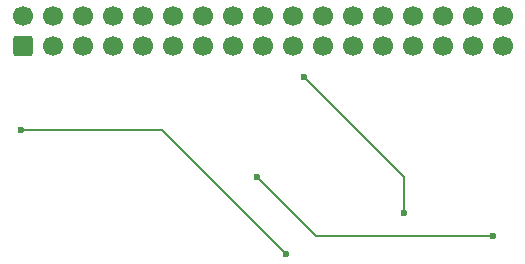
<source format=gbr>
%TF.GenerationSoftware,KiCad,Pcbnew,9.0.7*%
%TF.CreationDate,2026-02-17T16:16:18+01:00*%
%TF.ProjectId,FDD-Final,4644442d-4669-46e6-916c-2e6b69636164,rev?*%
%TF.SameCoordinates,Original*%
%TF.FileFunction,Copper,L2,Bot*%
%TF.FilePolarity,Positive*%
%FSLAX46Y46*%
G04 Gerber Fmt 4.6, Leading zero omitted, Abs format (unit mm)*
G04 Created by KiCad (PCBNEW 9.0.7) date 2026-02-17 16:16:18*
%MOMM*%
%LPD*%
G01*
G04 APERTURE LIST*
G04 Aperture macros list*
%AMRoundRect*
0 Rectangle with rounded corners*
0 $1 Rounding radius*
0 $2 $3 $4 $5 $6 $7 $8 $9 X,Y pos of 4 corners*
0 Add a 4 corners polygon primitive as box body*
4,1,4,$2,$3,$4,$5,$6,$7,$8,$9,$2,$3,0*
0 Add four circle primitives for the rounded corners*
1,1,$1+$1,$2,$3*
1,1,$1+$1,$4,$5*
1,1,$1+$1,$6,$7*
1,1,$1+$1,$8,$9*
0 Add four rect primitives between the rounded corners*
20,1,$1+$1,$2,$3,$4,$5,0*
20,1,$1+$1,$4,$5,$6,$7,0*
20,1,$1+$1,$6,$7,$8,$9,0*
20,1,$1+$1,$8,$9,$2,$3,0*%
G04 Aperture macros list end*
%TA.AperFunction,ComponentPad*%
%ADD10RoundRect,0.250000X0.600000X-0.600000X0.600000X0.600000X-0.600000X0.600000X-0.600000X-0.600000X0*%
%TD*%
%TA.AperFunction,ComponentPad*%
%ADD11C,1.700000*%
%TD*%
%TA.AperFunction,ViaPad*%
%ADD12C,0.600000*%
%TD*%
%TA.AperFunction,Conductor*%
%ADD13C,0.200000*%
%TD*%
G04 APERTURE END LIST*
D10*
%TO.P,J2,1,Pin_1*%
%TO.N,unconnected-(J2-Pin_1-Pad1)*%
X125165500Y-83857740D03*
D11*
%TO.P,J2,2,Pin_2*%
%TO.N,DENSITY*%
X125165500Y-81317740D03*
%TO.P,J2,3,Pin_3*%
%TO.N,unconnected-(J2-Pin_3-Pad3)*%
X127705500Y-83857740D03*
%TO.P,J2,4,Pin_4*%
%TO.N,unconnected-(J2-Pin_4-Pad4)*%
X127705500Y-81317740D03*
%TO.P,J2,5,Pin_5*%
%TO.N,unconnected-(J2-Pin_5-Pad5)*%
X130245500Y-83857740D03*
%TO.P,J2,6,Pin_6*%
%TO.N,unconnected-(J2-Pin_6-Pad6)*%
X130245500Y-81317740D03*
%TO.P,J2,7,Pin_7*%
%TO.N,unconnected-(J2-Pin_7-Pad7)*%
X132785500Y-83857740D03*
%TO.P,J2,8,Pin_8*%
%TO.N,INDEX*%
X132785500Y-81317740D03*
%TO.P,J2,9,Pin_9*%
%TO.N,unconnected-(J2-Pin_9-Pad9)*%
X135325500Y-83857740D03*
%TO.P,J2,10,Pin_10*%
%TO.N,unconnected-(J2-Pin_10-Pad10)*%
X135325500Y-81317740D03*
%TO.P,J2,11,Pin_11*%
%TO.N,unconnected-(J2-Pin_11-Pad11)*%
X137865500Y-83857740D03*
%TO.P,J2,12,Pin_12*%
%TO.N,DRIVE SELECT*%
X137865500Y-81317740D03*
%TO.P,J2,13,Pin_13*%
%TO.N,unconnected-(J2-Pin_13-Pad13)*%
X140405500Y-83857740D03*
%TO.P,J2,14,Pin_14*%
%TO.N,unconnected-(J2-Pin_14-Pad14)*%
X140405500Y-81317740D03*
%TO.P,J2,15,Pin_15*%
%TO.N,unconnected-(J2-Pin_15-Pad15)*%
X142945500Y-83857740D03*
%TO.P,J2,16,Pin_16*%
%TO.N,MOTOR ENABLE*%
X142945500Y-81317740D03*
%TO.P,J2,17,Pin_17*%
%TO.N,unconnected-(J2-Pin_17-Pad17)*%
X145485500Y-83857740D03*
%TO.P,J2,18,Pin_18*%
%TO.N,DIRECTION*%
X145485500Y-81317740D03*
%TO.P,J2,19,Pin_19*%
%TO.N,GND*%
X148025500Y-83857740D03*
%TO.P,J2,20,Pin_20*%
%TO.N,STEP*%
X148025500Y-81317740D03*
%TO.P,J2,21,Pin_21*%
%TO.N,GND*%
X150565500Y-83857740D03*
%TO.P,J2,22,Pin_22*%
%TO.N,WRITE DATA*%
X150565500Y-81317740D03*
%TO.P,J2,23,Pin_23*%
%TO.N,GND*%
X153105500Y-83857740D03*
%TO.P,J2,24,Pin_24*%
%TO.N,WRITE GATE*%
X153105500Y-81317740D03*
%TO.P,J2,25,Pin_25*%
%TO.N,Net-(J1-Pin_19)*%
X155645500Y-83857740D03*
%TO.P,J2,26,Pin_26*%
%TO.N,TRACK 0*%
X155645500Y-81317740D03*
%TO.P,J2,27,Pin_27*%
%TO.N,unconnected-(J2-Pin_27-Pad27)*%
X158185500Y-83857740D03*
%TO.P,J2,28,Pin_28*%
%TO.N,WRITE PROTECT*%
X158185500Y-81317740D03*
%TO.P,J2,29,Pin_29*%
%TO.N,GND*%
X160725500Y-83857740D03*
%TO.P,J2,30,Pin_30*%
%TO.N,READ DATA*%
X160725500Y-81317740D03*
%TO.P,J2,31,Pin_31*%
%TO.N,GND*%
X163265500Y-83857740D03*
%TO.P,J2,32,Pin_32*%
%TO.N,HEAD SELECT*%
X163265500Y-81317740D03*
%TO.P,J2,33,Pin_33*%
%TO.N,unconnected-(J2-Pin_33-Pad33)*%
X165805500Y-83857740D03*
%TO.P,J2,34,Pin_34*%
%TO.N,DISK CHANGE*%
X165805500Y-81317740D03*
%TD*%
D12*
%TO.N,GND*%
X149000000Y-86500000D03*
X157500000Y-98000000D03*
%TO.N,DENSITY*%
X147500000Y-101500000D03*
X125000000Y-91000000D03*
%TO.N,DISK CHANGE*%
X165000000Y-100000000D03*
X145000000Y-95000000D03*
%TD*%
D13*
%TO.N,GND*%
X157500000Y-98000000D02*
X157500000Y-95000000D01*
X157500000Y-95000000D02*
X149000000Y-86500000D01*
%TO.N,DENSITY*%
X147500000Y-101500000D02*
X137000000Y-91000000D01*
X137000000Y-91000000D02*
X125000000Y-91000000D01*
%TO.N,DISK CHANGE*%
X150000000Y-100000000D02*
X165000000Y-100000000D01*
X145000000Y-95000000D02*
X150000000Y-100000000D01*
%TD*%
M02*

</source>
